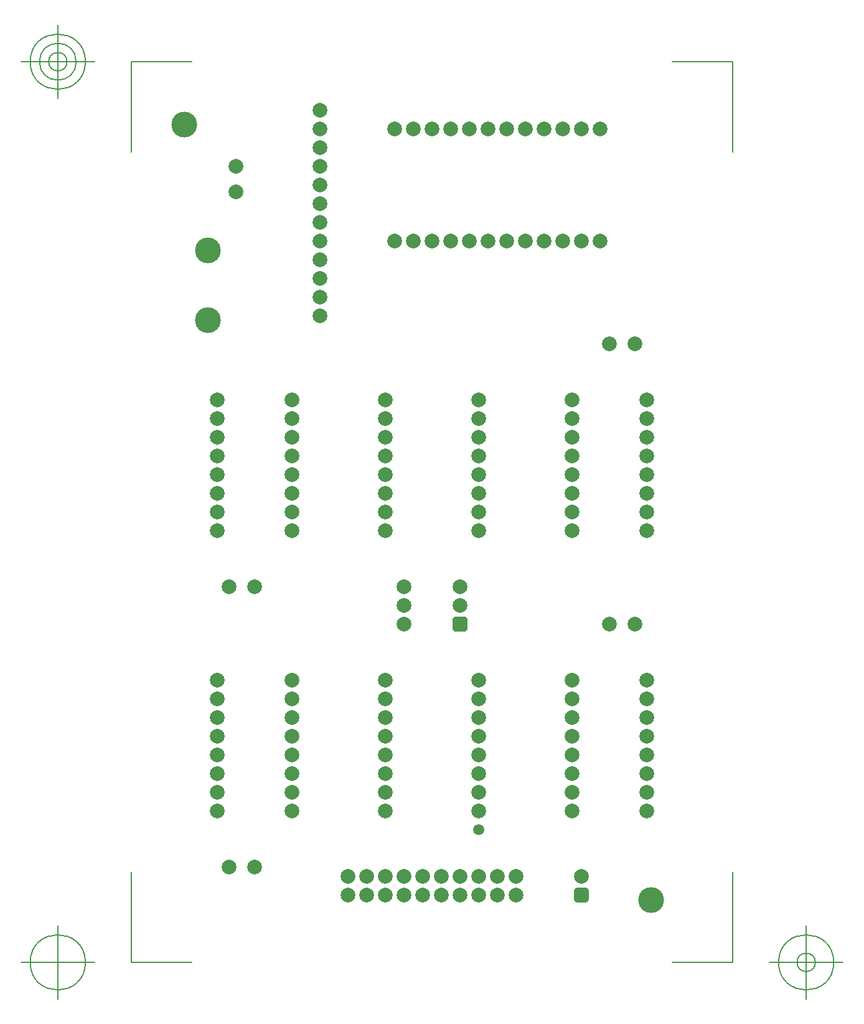
<source format=gbr>
G04 Generated by Ultiboard 14.1 *
%FSLAX33Y33*%
%MOMM*%

%ADD10C,0.001*%
%ADD11C,0.127*%
%ADD12C,2.000*%
%ADD13R,1.153X1.153*%
%ADD14C,0.847*%
%ADD15C,3.500*%
%ADD16C,1.500*%
%ADD17R,1.005X1.005*%
%ADD18C,0.995*%


G04 ColorRGB 9900CC for the following layer *
%LNSolder Mask Bottom*%
%LPD*%
G54D10*
G54D11*
X-254Y-254D02*
X-254Y11989D01*
X-254Y-254D02*
X7925Y-254D01*
X81534Y-254D02*
X73355Y-254D01*
X81534Y-254D02*
X81534Y11989D01*
X81534Y122174D02*
X81534Y109931D01*
X81534Y122174D02*
X73355Y122174D01*
X-254Y122174D02*
X7925Y122174D01*
X-254Y122174D02*
X-254Y109931D01*
X-5254Y-254D02*
X-15254Y-254D01*
X-10254Y-5254D02*
X-10254Y4746D01*
X-14004Y-254D02*
G75*
D01*
G02X-14004Y-254I3750J0*
G01*
X86534Y-254D02*
X96534Y-254D01*
X91534Y-5254D02*
X91534Y4746D01*
X87784Y-254D02*
G75*
D01*
G02X87784Y-254I3750J0*
G01*
X90284Y-254D02*
G75*
D01*
G02X90284Y-254I1250J0*
G01*
X-5254Y122174D02*
X-15254Y122174D01*
X-10254Y117174D02*
X-10254Y127174D01*
X-14004Y122174D02*
G75*
D01*
G02X-14004Y122174I3750J0*
G01*
X-12754Y122174D02*
G75*
D01*
G02X-12754Y122174I2500J0*
G01*
X-11504Y122174D02*
G75*
D01*
G02X-11504Y122174I1250J0*
G01*
G54D12*
X36830Y45720D03*
X36830Y48260D03*
X44450Y48260D03*
X36830Y50800D03*
X44450Y50800D03*
X68270Y83820D03*
X64770Y83820D03*
X68270Y45720D03*
X64770Y45720D03*
X25400Y87630D03*
X25400Y90170D03*
X25400Y92710D03*
X25400Y95250D03*
X25400Y97790D03*
X25400Y100330D03*
X25400Y102870D03*
X25400Y113030D03*
X25400Y110490D03*
X25400Y107950D03*
X25400Y105410D03*
X25400Y115570D03*
X55880Y113030D03*
X58420Y113030D03*
X60960Y113030D03*
X63500Y113030D03*
X35560Y97790D03*
X38100Y97790D03*
X40640Y97790D03*
X43180Y97790D03*
X45720Y97790D03*
X48260Y97790D03*
X50800Y97790D03*
X53340Y97790D03*
X55880Y97790D03*
X58420Y97790D03*
X60960Y97790D03*
X63500Y97790D03*
X35560Y113030D03*
X38100Y113030D03*
X40640Y113030D03*
X43180Y113030D03*
X45720Y113030D03*
X48260Y113030D03*
X50800Y113030D03*
X53340Y113030D03*
X29210Y8890D03*
X31750Y8890D03*
X34290Y8890D03*
X36830Y8890D03*
X39370Y8890D03*
X41910Y8890D03*
X44450Y8890D03*
X46990Y8890D03*
X49530Y8890D03*
X52070Y8890D03*
X29210Y11430D03*
X31750Y11430D03*
X34290Y11430D03*
X36830Y11430D03*
X39370Y11430D03*
X41910Y11430D03*
X44450Y11430D03*
X46990Y11430D03*
X49530Y11430D03*
X52070Y11430D03*
X69850Y20320D03*
X69850Y22860D03*
X69850Y25400D03*
X69850Y27940D03*
X69850Y30480D03*
X69850Y33020D03*
X69850Y35560D03*
X69850Y38100D03*
X11430Y20320D03*
X11430Y22860D03*
X11430Y25400D03*
X11430Y27940D03*
X11430Y30480D03*
X11430Y33020D03*
X11430Y35560D03*
X11430Y38100D03*
X11430Y63500D03*
X11430Y76200D03*
X11430Y73660D03*
X11430Y66040D03*
X11430Y60960D03*
X11430Y58420D03*
X11430Y68580D03*
X11430Y71120D03*
X69850Y58420D03*
X69850Y73660D03*
X69850Y76200D03*
X69850Y66040D03*
X69850Y63500D03*
X69850Y71120D03*
X69850Y68580D03*
X69850Y60960D03*
X60960Y11430D03*
X46990Y58420D03*
X59690Y58420D03*
X46990Y60960D03*
X59690Y60960D03*
X46990Y63500D03*
X59690Y63500D03*
X46990Y66040D03*
X59690Y66040D03*
X46990Y68580D03*
X59690Y68580D03*
X46990Y71120D03*
X59690Y71120D03*
X46990Y73660D03*
X59690Y73660D03*
X46990Y76200D03*
X59690Y76200D03*
X21590Y58420D03*
X34290Y58420D03*
X21590Y60960D03*
X34290Y60960D03*
X21590Y63500D03*
X34290Y63500D03*
X21590Y66040D03*
X34290Y66040D03*
X21590Y68580D03*
X34290Y68580D03*
X21590Y71120D03*
X34290Y71120D03*
X21590Y73660D03*
X34290Y73660D03*
X21590Y76200D03*
X34290Y76200D03*
X46990Y20320D03*
X59690Y20320D03*
X46990Y22860D03*
X59690Y22860D03*
X46990Y25400D03*
X59690Y25400D03*
X46990Y27940D03*
X59690Y27940D03*
X46990Y30480D03*
X59690Y30480D03*
X46990Y33020D03*
X59690Y33020D03*
X46990Y35560D03*
X59690Y35560D03*
X46990Y38100D03*
X59690Y38100D03*
X21590Y20320D03*
X34290Y20320D03*
X21590Y22860D03*
X34290Y22860D03*
X21590Y25400D03*
X34290Y25400D03*
X21590Y27940D03*
X34290Y27940D03*
X21590Y30480D03*
X34290Y30480D03*
X21590Y33020D03*
X34290Y33020D03*
X21590Y35560D03*
X34290Y35560D03*
X21590Y38100D03*
X34290Y38100D03*
X16510Y50800D03*
X13010Y50800D03*
X16510Y12700D03*
X13010Y12700D03*
X13970Y104450D03*
X13970Y107950D03*
G54D13*
X44450Y45720D03*
G54D14*
X43874Y45144D02*
X45026Y45144D01*
X45026Y46296D01*
X43874Y46296D01*
X43874Y45144D01*D02*
G54D15*
X70485Y8255D03*
X6985Y113665D03*
X10160Y87000D03*
X10160Y96520D03*
G54D16*
X46990Y17780D03*
G54D17*
X60960Y8890D03*
G54D18*
X60458Y8388D02*
X61462Y8388D01*
X61462Y9392D01*
X60458Y9392D01*
X60458Y8388D01*D02*

M02*

</source>
